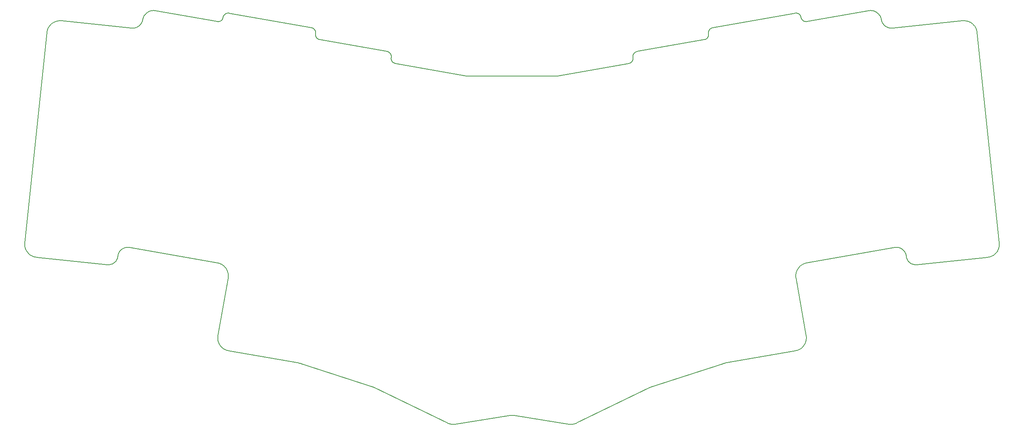
<source format=gbr>
%TF.GenerationSoftware,KiCad,Pcbnew,(6.0.7-1)-1*%
%TF.CreationDate,2022-09-13T20:48:51-04:00*%
%TF.ProjectId,egret,65677265-742e-46b6-9963-61645f706362,v1.0.0*%
%TF.SameCoordinates,Original*%
%TF.FileFunction,Profile,NP*%
%FSLAX46Y46*%
G04 Gerber Fmt 4.6, Leading zero omitted, Abs format (unit mm)*
G04 Created by KiCad (PCBNEW (6.0.7-1)-1) date 2022-09-13 20:48:51*
%MOMM*%
%LPD*%
G01*
G04 APERTURE LIST*
%TA.AperFunction,Profile*%
%ADD10C,0.151694*%
%TD*%
G04 APERTURE END LIST*
D10*
X123178500Y-64551531D02*
X123286375Y-64494360D01*
X296540606Y-119991342D02*
X296496986Y-119884459D01*
X117522829Y-118745013D02*
X117419206Y-118797040D01*
X295965593Y-119135816D02*
X295878045Y-119058541D01*
X196192850Y-79263382D02*
X196257776Y-79271204D01*
X251288193Y-70317416D02*
X251315602Y-70265726D01*
X293378924Y-68299338D02*
X293497176Y-68295500D01*
X124824502Y-64271267D02*
X124824502Y-64271267D01*
X315606644Y-120758757D02*
X315456337Y-120786206D01*
X288085769Y-64271267D02*
X288085769Y-64271267D01*
X273802717Y-139501237D02*
X273788645Y-139647150D01*
X161478759Y-69887499D02*
X161487555Y-69945072D01*
X178784045Y-75233142D02*
X178787138Y-75292117D01*
X289731762Y-64551531D02*
X289837072Y-64614176D01*
X161472793Y-69829230D02*
X161478759Y-69887499D01*
X219725835Y-159100956D02*
X219611898Y-159089874D01*
X234093276Y-74772205D02*
X234096046Y-74713491D01*
X316439897Y-120449667D02*
X316310025Y-120517334D01*
X290671515Y-65485015D02*
X290728933Y-65591599D01*
X139642544Y-141006942D02*
X139642544Y-141006942D01*
X141053485Y-64895888D02*
X141107414Y-64876372D01*
X179279204Y-76165661D02*
X179326955Y-76198269D01*
X292586712Y-68173473D02*
X292695019Y-68207017D01*
X178790254Y-74521598D02*
X178801795Y-74578257D01*
X251528940Y-68793005D02*
X251556196Y-68741470D01*
X100506130Y-67907147D02*
X100591215Y-67787786D01*
X139520775Y-66717259D02*
X139574716Y-66697733D01*
X178759123Y-74410960D02*
X178776010Y-74465804D01*
X178801841Y-74991805D02*
X178801840Y-74992864D01*
X291417852Y-67334313D02*
X291488071Y-67422478D01*
X272623168Y-65915483D02*
X272640930Y-65972678D01*
X216326003Y-79288982D02*
X216391470Y-79288271D01*
X233806951Y-76020012D02*
X233845642Y-75977140D01*
X193412101Y-159074410D02*
X193412101Y-159074410D01*
X141468168Y-125592709D02*
X141468168Y-125592709D01*
X174788777Y-150602817D02*
X174739760Y-150584467D01*
X141505944Y-124856858D02*
X141491868Y-124710934D01*
X234194241Y-74316827D02*
X234219245Y-74263455D01*
X296674820Y-120556113D02*
X296659535Y-120439782D01*
X273739291Y-139935647D02*
X273704135Y-140077705D01*
X235085280Y-73616682D02*
X250457505Y-70906297D01*
X95418984Y-119478435D02*
X95342267Y-119356419D01*
X161351808Y-68739118D02*
X161378723Y-68789376D01*
X289401303Y-64396647D02*
X289513662Y-64442719D01*
X238269424Y-150550262D02*
X238269424Y-150550262D01*
X291721138Y-67665408D02*
X291805794Y-67738818D01*
X251225525Y-70416994D02*
X251225525Y-70416994D01*
X271220565Y-64833594D02*
X271220565Y-64833594D01*
X271331329Y-142240600D02*
X271331329Y-142240600D01*
X272545887Y-122710614D02*
X272432757Y-122803821D01*
X100682184Y-67672529D02*
X100778909Y-67561603D01*
X178886451Y-75683039D02*
X178911011Y-75734716D01*
X288451300Y-64234404D02*
X288573019Y-64234181D01*
X251858144Y-68389445D02*
X251904519Y-68354907D01*
X95049605Y-118695014D02*
X95010431Y-118553922D01*
X117846342Y-118622112D02*
X117736618Y-118657496D01*
X161499121Y-70001864D02*
X161513399Y-70057787D01*
X161143178Y-68469655D02*
X161183260Y-68510310D01*
X271331329Y-142240600D02*
X255162856Y-145091384D01*
X221275123Y-158806641D02*
X221275123Y-158806641D01*
X196518794Y-79288272D02*
X196584258Y-79288983D01*
X141260747Y-123865959D02*
X141198306Y-123732648D01*
X121620748Y-67147884D02*
X121678551Y-67049847D01*
X271405129Y-125298162D02*
X271419930Y-125445573D01*
X116074387Y-121182199D02*
X116030261Y-121279912D01*
X273557212Y-66760060D02*
X273614798Y-66768865D01*
X234219245Y-74263455D02*
X234246925Y-74211220D01*
X95342267Y-119356419D02*
X95271389Y-119230702D01*
X312404216Y-67907145D02*
X312483308Y-68030373D01*
X100086038Y-68837930D02*
X100126359Y-68696386D01*
X310911133Y-66757228D02*
X311048127Y-66808957D01*
X272737934Y-66186482D02*
X272768243Y-66235888D01*
X251422380Y-69527643D02*
X251413646Y-69469543D01*
X120735109Y-67991577D02*
X120831779Y-67934747D01*
X271220565Y-64833594D02*
X271281017Y-64824498D01*
X251315602Y-70265726D02*
X251340364Y-70212909D01*
X273494951Y-140625267D02*
X273425808Y-140755688D01*
X192279841Y-159034181D02*
X192169468Y-159006681D01*
X295281556Y-118698482D02*
X295173642Y-118657498D01*
X272281065Y-65178046D02*
X272319838Y-65220127D01*
X193412101Y-159074410D02*
X193298380Y-159089875D01*
X122368752Y-65280982D02*
X122441103Y-65183907D01*
X221275123Y-158806641D02*
X221171013Y-158854927D01*
X178998907Y-75881597D02*
X179032747Y-75927550D01*
X298656291Y-122514268D02*
X298549515Y-122501723D01*
X234111251Y-75008738D02*
X234111251Y-75008738D01*
X122441103Y-65183907D02*
X122518195Y-65090374D01*
X298763804Y-122521582D02*
X298656291Y-122514268D01*
X161487542Y-69115176D02*
X161496338Y-69172705D01*
X100287472Y-68287504D02*
X100354132Y-68157237D01*
X297563359Y-122100679D02*
X297477034Y-122034244D01*
X116113732Y-121082337D02*
X116074387Y-121182199D01*
X116331480Y-120100517D02*
X116298861Y-120211782D01*
X114038399Y-122523605D02*
X113929980Y-122520281D01*
X162112127Y-70792047D02*
X162164843Y-70817586D01*
X117219614Y-118917362D02*
X117124088Y-118985553D01*
X233586175Y-76202093D02*
X233633683Y-76170167D01*
X296708133Y-120771577D02*
X296688852Y-120664840D01*
X95884277Y-120025813D02*
X95780883Y-119925391D01*
X312903274Y-69275057D02*
X312903274Y-69275057D01*
X178458206Y-73933779D02*
X178498195Y-73974371D01*
X315753967Y-120724085D02*
X315606644Y-120758757D01*
X139100760Y-139354556D02*
X139101012Y-139207372D01*
X157850235Y-145111226D02*
X157798911Y-145100843D01*
X251482346Y-68899343D02*
X251504315Y-68845666D01*
X272027530Y-123231097D02*
X271939161Y-123350809D01*
X310771863Y-66712263D02*
X310911133Y-66757228D01*
X252105155Y-68240529D02*
X252158654Y-68218161D01*
X161403229Y-68840937D02*
X161425268Y-68893706D01*
X254806695Y-145176815D02*
X254756806Y-145192641D01*
X254856869Y-145161885D02*
X254806695Y-145176815D01*
X251422460Y-69527969D02*
X251422439Y-69527914D01*
X272596038Y-65796675D02*
X272596038Y-65796675D01*
X178819729Y-74811802D02*
X178816849Y-74871487D01*
X120429952Y-68135043D02*
X120534046Y-68091839D01*
X140690027Y-123006856D02*
X140586134Y-122902618D01*
X233435006Y-76283513D02*
X233486748Y-76258822D01*
X272596041Y-65797028D02*
X272608175Y-65856915D01*
X139142925Y-139792040D02*
X139121773Y-139647150D01*
X178279056Y-73791259D02*
X178326600Y-73823738D01*
X140287097Y-65915485D02*
X140302090Y-65856915D01*
X96871288Y-120633907D02*
X96733935Y-120578817D01*
X271961166Y-64942439D02*
X272011455Y-64969360D01*
X139484464Y-140755687D02*
X139415339Y-140625265D01*
X220067728Y-159108114D02*
X219953870Y-159110061D01*
X121270424Y-67588139D02*
X121348159Y-67507124D01*
X140613395Y-141892116D02*
X140488107Y-141816523D01*
X251398536Y-70048694D02*
X251412478Y-69992383D01*
X158002959Y-145147860D02*
X157952278Y-145134738D01*
X122004975Y-66044123D02*
X122040831Y-65927437D01*
X141316447Y-124001850D02*
X141260747Y-123865959D01*
X161487549Y-69529406D02*
X161487548Y-69530465D01*
X238024455Y-150642044D02*
X237976484Y-150662925D01*
X174981363Y-150684658D02*
X174933777Y-150662924D01*
X317567995Y-119356418D02*
X317491279Y-119478436D01*
X139923616Y-141351057D02*
X139824677Y-141241468D01*
X315303204Y-120806229D02*
X315303204Y-120806229D01*
X317814807Y-118833445D02*
X317762449Y-118969009D01*
X220958420Y-158939117D02*
X220850184Y-158974989D01*
X272107788Y-65030180D02*
X272153662Y-65063958D01*
X233679598Y-76135940D02*
X233723843Y-76099468D01*
X251432589Y-69065460D02*
X251446461Y-69009343D01*
X250984936Y-70671031D02*
X251029799Y-70634050D01*
X233272690Y-76342215D02*
X233327888Y-76325264D01*
X140849902Y-64998625D02*
X140898806Y-64969359D01*
X234096046Y-74713491D02*
X234101679Y-74655082D01*
X272768243Y-66235888D02*
X272800803Y-66283552D01*
X114146455Y-122521583D02*
X114038399Y-122523605D01*
X272423881Y-65357667D02*
X272454177Y-65407078D01*
X141162383Y-64859446D02*
X141218307Y-64845170D01*
X121950429Y-66284212D02*
X121950429Y-66284212D01*
X140486385Y-65357666D02*
X140518930Y-65309995D01*
X139248294Y-140217957D02*
X139206240Y-140077705D01*
X123856701Y-64292347D02*
X123975455Y-64269041D01*
X250457505Y-70906297D02*
X250457505Y-70906297D01*
X220181304Y-159101864D02*
X220067728Y-159108114D01*
X273875915Y-122117501D02*
X273875915Y-122117501D01*
X317985266Y-117663096D02*
X317989672Y-117815800D01*
X295786175Y-118985552D02*
X295690652Y-118917362D01*
X237976484Y-150662925D02*
X237928902Y-150684658D01*
X161502606Y-69408891D02*
X161496641Y-69469021D01*
X115071892Y-122272040D02*
X114975501Y-122319662D01*
X178937981Y-75785094D02*
X178967300Y-75834082D01*
X234128780Y-75181490D02*
X234125816Y-75123860D01*
X119765024Y-68290076D02*
X119879895Y-68277209D01*
X116030261Y-121279912D02*
X115981444Y-121375304D01*
X140712374Y-65099902D02*
X140756601Y-65063958D01*
X140379554Y-65565163D02*
X140402586Y-65510887D01*
X140428127Y-65458171D02*
X140456089Y-65407079D01*
X272482137Y-65458171D02*
X272507678Y-65510888D01*
X161257233Y-68596987D02*
X161291003Y-68642836D01*
X233882315Y-75932251D02*
X233916869Y-75885389D01*
X174739760Y-150584467D02*
X174690438Y-150566948D01*
X97303620Y-120758755D02*
X97156298Y-120724085D01*
X311442859Y-67003986D02*
X311568173Y-67082021D01*
X309606200Y-66605239D02*
X309606200Y-66605239D01*
X193298380Y-159089875D02*
X193184440Y-159100958D01*
X272951808Y-66455598D02*
X272994319Y-66493652D01*
X291805794Y-67738818D02*
X291893684Y-67808254D01*
X139871261Y-122396542D02*
X139738951Y-122333429D01*
X316176328Y-120578817D02*
X316038975Y-120633907D01*
X251422601Y-69528215D02*
X251422557Y-69528152D01*
X121950429Y-66284212D02*
X121950429Y-66283506D01*
X140898806Y-64969359D02*
X140949095Y-64942441D01*
X119648885Y-68297492D02*
X119765024Y-68290076D01*
X179326955Y-76198269D02*
X179376449Y-76228625D01*
X178810910Y-74931516D02*
X178801841Y-74991805D01*
X299088868Y-122511558D02*
X298980280Y-122520282D01*
X297652483Y-122162495D02*
X297563359Y-122100679D01*
X140553640Y-65264130D02*
X140590426Y-65220127D01*
X178783910Y-75173640D02*
X178784045Y-75233142D01*
X273731962Y-66777922D02*
X273791373Y-66778049D01*
X115346902Y-122100680D02*
X115257781Y-122162494D01*
X140302090Y-65856915D02*
X140314231Y-65797029D01*
X233159455Y-76367987D02*
X233216518Y-76356474D01*
X233723843Y-76099468D02*
X233766322Y-76060808D01*
X139824677Y-141241468D02*
X139730912Y-141126717D01*
X273350044Y-140882999D02*
X273267717Y-141006942D01*
X316565771Y-120376022D02*
X316439897Y-120449667D01*
X179106869Y-76014428D02*
X179147032Y-76055185D01*
X271419930Y-125445573D02*
X271442094Y-125592708D01*
X101342074Y-67082021D02*
X101467389Y-67003984D01*
X139409853Y-66748484D02*
X139465792Y-66734196D01*
X124095274Y-64251548D02*
X124215944Y-64239912D01*
X95780883Y-119925391D02*
X95682488Y-119820232D01*
X160524818Y-68154987D02*
X160584703Y-68167094D01*
X291012303Y-66516000D02*
X291046398Y-66628212D01*
X273267717Y-141006942D02*
X273179349Y-141126716D01*
X272910081Y-122465960D02*
X272784771Y-122541541D01*
X272356626Y-65264129D02*
X272391335Y-65309997D01*
X161487549Y-69529406D02*
X161487549Y-69529406D01*
X251952497Y-68322689D02*
X252001987Y-68292848D01*
X234310211Y-74110571D02*
X234345583Y-74062668D01*
X141198306Y-123732648D02*
X141129180Y-123602180D01*
X271856776Y-64895888D02*
X271909578Y-64917931D01*
X115516217Y-121963613D02*
X115433230Y-122034245D01*
X161425268Y-68893706D02*
X161444780Y-68947603D01*
X251404790Y-69294983D02*
X251407543Y-69237049D01*
X100591215Y-67787786D02*
X100682184Y-67672529D01*
X139465792Y-66734196D02*
X139520775Y-66717259D01*
X140074738Y-66329415D02*
X140109459Y-66283553D01*
X234102349Y-74949138D02*
X234096402Y-74890135D01*
X289513662Y-64442719D02*
X289623888Y-64494361D01*
X123286375Y-64494360D02*
X123396599Y-64442718D01*
X140402586Y-65510887D02*
X140428127Y-65458171D01*
X141505134Y-125298163D02*
X141512632Y-125150730D01*
X161505498Y-69349106D02*
X161502606Y-69408891D01*
X296688852Y-120664840D02*
X296674818Y-120556815D01*
X124458966Y-64234404D02*
X124580890Y-64240629D01*
X94937245Y-117509181D02*
X100007000Y-69275055D01*
X141000684Y-64917929D02*
X141053485Y-64895888D01*
X140477510Y-122803821D02*
X140364379Y-122710614D01*
X123073191Y-64614174D02*
X123178500Y-64551531D01*
X121926868Y-66401295D02*
X121950429Y-66284212D01*
X179534800Y-76305322D02*
X179590669Y-76325808D01*
X103304054Y-66605242D02*
X103304054Y-66605242D01*
X122181332Y-65591599D02*
X122238750Y-65485012D01*
X179427631Y-76256645D02*
X179480434Y-76282239D01*
X113821390Y-122511559D02*
X97607061Y-120806228D01*
X254756806Y-145192641D02*
X238269424Y-150550262D01*
X234121433Y-74539588D02*
X234135507Y-74482714D01*
X251072875Y-70594850D02*
X251114074Y-70553485D01*
X289623888Y-64494361D02*
X289731762Y-64551531D01*
X271404316Y-124856857D02*
X271397378Y-125003545D01*
X117957657Y-118592380D02*
X117846342Y-118622112D01*
X271909578Y-64917931D02*
X271961166Y-64942439D01*
X95095455Y-118833445D02*
X95049605Y-118695014D01*
X296674820Y-120556113D02*
X296674820Y-120556113D01*
X288329378Y-64240629D02*
X288451300Y-64234404D01*
X272800803Y-66283552D02*
X272835524Y-66329416D01*
X160756209Y-68220193D02*
X160810460Y-68243202D01*
X140802473Y-65030178D02*
X140849902Y-64998625D01*
X292917106Y-68259001D02*
X293030579Y-68277209D01*
X295690652Y-118917362D02*
X295592203Y-118854505D01*
X309606200Y-66605239D02*
X309754533Y-66593340D01*
X160963620Y-68326928D02*
X161011274Y-68359452D01*
X272011455Y-64969360D02*
X272060358Y-64998627D01*
X116639918Y-119483820D02*
X116575656Y-119579546D01*
X234110149Y-74597078D02*
X234121433Y-74539588D01*
X272784771Y-122541541D02*
X272663301Y-122623140D01*
X139034354Y-122117501D02*
X118878798Y-118564336D01*
X140136126Y-141554165D02*
X140027507Y-141455338D01*
X122238750Y-65485012D02*
X122301263Y-65381414D01*
X139915941Y-66493654D02*
X139958452Y-66455599D01*
X161874080Y-70629747D02*
X161918082Y-70666534D01*
X139295465Y-66768864D02*
X139353049Y-66760061D01*
X251770554Y-68465250D02*
X251813457Y-68426245D01*
X139465052Y-122226700D02*
X139323908Y-122183372D01*
X116369656Y-119991343D02*
X116331480Y-120100517D01*
X219498176Y-159074411D02*
X219498176Y-159074411D01*
X139206240Y-140077705D02*
X139171100Y-139935647D01*
X123739223Y-64321412D02*
X123856701Y-64292347D01*
X216846712Y-79243472D02*
X216846712Y-79243472D01*
X317129380Y-119925391D02*
X317025987Y-120025813D01*
X315303204Y-120806229D02*
X299088868Y-122511558D01*
X141569063Y-64818534D02*
X141629253Y-64824499D01*
X115433230Y-122034245D02*
X115433230Y-122034245D01*
X290828011Y-65812996D02*
X290869438Y-65927435D01*
X97156298Y-120724085D02*
X97012133Y-120682400D01*
X121348159Y-67507124D02*
X121422209Y-67422478D01*
X255111348Y-145100845D02*
X255060021Y-145111226D01*
X251556196Y-68741470D02*
X251586062Y-68691160D01*
X96733935Y-120578817D02*
X96600238Y-120517335D01*
X250683177Y-70843139D02*
X250736904Y-70820664D01*
X158053392Y-145161889D02*
X158002959Y-145147860D01*
X139297195Y-140356140D02*
X139248294Y-140217957D01*
X101220317Y-67166440D02*
X101342074Y-67082021D01*
X100354132Y-68157237D02*
X100427064Y-68030374D01*
X273767482Y-139792040D02*
X273739291Y-139935647D01*
X273586361Y-122183371D02*
X273445219Y-122226702D01*
X273730003Y-122146923D02*
X273586361Y-122183371D01*
X234128897Y-75239026D02*
X234128780Y-75181490D01*
X115166046Y-122219633D02*
X115071892Y-122272040D01*
X294495885Y-118531029D02*
X294379947Y-118530350D01*
X117032218Y-119058539D02*
X116944668Y-119135814D01*
X272640930Y-65972678D02*
X272661376Y-66028433D01*
X298549515Y-122501723D02*
X298443657Y-122483999D01*
X272596038Y-65796675D02*
X272596041Y-65797028D01*
X251114074Y-70553485D02*
X251153308Y-70510019D01*
X297315000Y-121889287D02*
X297239997Y-121811433D01*
X272530714Y-65565166D02*
X272551152Y-65620943D01*
X297744214Y-122219632D02*
X297652483Y-122162495D01*
X179189184Y-76094031D02*
X179233262Y-76130883D01*
X139627533Y-66675680D02*
X139679138Y-66651157D01*
X234857562Y-73680554D02*
X234912952Y-73660486D01*
X271900237Y-142081331D02*
X271761855Y-142131402D01*
X219611898Y-159089874D02*
X219498176Y-159074411D01*
X141578933Y-142240601D02*
X141578933Y-142240601D01*
X179032747Y-75927550D02*
X179068754Y-75971858D01*
X297477034Y-122034244D02*
X297394045Y-121963614D01*
X100227203Y-68420940D02*
X100287472Y-68287504D01*
X272422151Y-141816520D02*
X272296862Y-141892119D01*
X271802849Y-64876373D02*
X271856776Y-64895888D01*
X100126359Y-68696386D02*
X100173457Y-68557310D01*
X121492424Y-67334311D02*
X121558654Y-67242743D01*
X141390946Y-64818841D02*
X141449822Y-64815767D01*
X273179349Y-141126716D02*
X273085583Y-141241466D01*
X252213310Y-68198404D02*
X252269035Y-68181309D01*
X312483308Y-68030373D02*
X312556258Y-68157239D01*
X272774130Y-141554166D02*
X272661011Y-141647404D01*
X290609000Y-65381414D02*
X290671515Y-65485015D01*
X234112407Y-75410086D02*
X234120687Y-75353428D01*
X234698809Y-73756359D02*
X234750401Y-73728550D01*
X293261640Y-68297493D02*
X293378924Y-68299338D01*
X116709065Y-119391382D02*
X116639918Y-119483820D01*
X251618514Y-68642175D02*
X251653410Y-68594924D01*
X251422713Y-69528348D02*
X251422654Y-69528281D01*
X251432058Y-69878013D02*
X251437651Y-69820162D01*
X272661376Y-66028433D02*
X272684413Y-66082698D01*
X315898131Y-120682399D02*
X315753967Y-120724085D01*
X271401042Y-64815646D02*
X271460445Y-64815767D01*
X140874578Y-142024665D02*
X140742293Y-141961546D01*
X220740815Y-159006683D02*
X220630441Y-159034180D01*
X206802042Y-157098052D02*
X206686611Y-157086891D01*
X161502300Y-69230929D02*
X161505375Y-69289758D01*
X254756806Y-145192641D02*
X254756806Y-145192641D01*
X312824359Y-68837931D02*
X312857750Y-68981713D01*
X97453930Y-120786206D02*
X97303620Y-120758755D01*
X178637166Y-74154017D02*
X178666362Y-74202814D01*
X290038637Y-64755321D02*
X290133517Y-64832853D01*
X272454177Y-65407078D02*
X272482137Y-65458171D01*
X250457505Y-70906297D02*
X250515360Y-70894632D01*
X296880002Y-121279911D02*
X296835877Y-121182199D01*
X175028541Y-150707255D02*
X174981363Y-150684658D01*
X219953870Y-159110061D02*
X219839868Y-159107680D01*
X251413646Y-69469543D02*
X251407821Y-69411330D01*
X292175227Y-67991577D02*
X292274534Y-68043980D01*
X140248891Y-66028436D02*
X140269335Y-65972679D01*
X179147032Y-76055185D02*
X179189184Y-76094031D01*
X272709962Y-66135399D02*
X272737934Y-66186482D01*
X272167964Y-141961547D02*
X272035681Y-142024667D01*
X311314244Y-66932413D02*
X311442859Y-67003986D01*
X251504315Y-68845666D02*
X251528940Y-68793005D01*
X121863868Y-66628213D02*
X121897965Y-66516003D01*
X271418392Y-124710936D02*
X271404316Y-124856857D01*
X250890196Y-70738109D02*
X250938371Y-70705735D01*
X178072109Y-73684661D02*
X178126239Y-73707640D01*
X251423662Y-69935454D02*
X251432058Y-69878013D01*
X139123315Y-138912530D02*
X139145481Y-138765396D01*
X234071145Y-75576665D02*
X234087611Y-75521807D01*
X116516385Y-119678358D02*
X116462220Y-119780064D01*
X141442544Y-124422416D02*
X141407402Y-124280337D01*
X295878045Y-119058541D02*
X295786175Y-118985552D01*
X116148196Y-120980496D02*
X116113732Y-121082337D01*
X178844813Y-75576127D02*
X178864368Y-75630147D01*
X193184440Y-159100958D02*
X193070410Y-159107679D01*
X113929980Y-122520281D02*
X113821390Y-122511559D01*
X294031462Y-118564335D02*
X294031462Y-118564335D01*
X237928902Y-150684658D02*
X237881729Y-150707252D01*
X140037937Y-66373418D02*
X140074738Y-66329415D01*
X233766322Y-76060808D02*
X233806951Y-76020012D01*
X251422388Y-69527734D02*
X251422384Y-69527703D01*
X288814987Y-64251547D02*
X288934805Y-64269042D01*
X271460445Y-64815767D02*
X271519320Y-64818842D01*
X192728974Y-159101865D02*
X192615791Y-159091328D01*
X234383118Y-74016769D02*
X234422718Y-73972928D01*
X251422713Y-69528348D02*
X251422713Y-69528348D01*
X316687484Y-120296605D02*
X316565771Y-120376022D01*
X254907301Y-145147860D02*
X254856869Y-145161885D01*
X272296862Y-141892119D02*
X272167964Y-141961547D01*
X115433230Y-122034245D02*
X115346902Y-122100680D01*
X271577591Y-64824808D02*
X271635163Y-64833604D01*
X290959839Y-66283509D02*
X290959839Y-66283509D01*
X161472487Y-69651107D02*
X161469598Y-69710946D01*
X177959416Y-73646555D02*
X178016480Y-73664272D01*
X250736904Y-70820664D02*
X250789374Y-70795631D01*
X178813541Y-75465044D02*
X178827849Y-75521061D01*
X116202131Y-120771579D02*
X116177694Y-120876854D01*
X271781083Y-123602180D02*
X271711956Y-123732651D01*
X161530325Y-70112758D02*
X161549837Y-70166687D01*
X162011621Y-70733787D02*
X162061030Y-70764086D01*
X121950429Y-66283506D02*
X121950429Y-66283506D01*
X121558654Y-67242743D02*
X121620748Y-67147884D01*
X205993178Y-157113679D02*
X205993178Y-157113679D01*
X121824725Y-66737816D02*
X121863868Y-66628213D01*
X290905295Y-66044124D02*
X290935468Y-66162875D01*
X101727672Y-66867379D02*
X101862125Y-66808958D01*
X309902623Y-66588816D02*
X310050223Y-66591588D01*
X191739271Y-158854927D02*
X191635161Y-158806641D01*
X121780690Y-66844700D02*
X121824725Y-66737816D01*
X178911011Y-75734716D02*
X178937981Y-75785094D01*
X138998853Y-66769204D02*
X139059046Y-66775164D01*
X118646513Y-118535638D02*
X118530311Y-118530349D01*
X162450630Y-70905944D02*
X162450630Y-70905944D01*
X94923854Y-117967088D02*
X94920577Y-117815802D01*
X115981444Y-121375304D02*
X115928031Y-121468206D01*
X140456089Y-65407079D02*
X140486385Y-65357666D01*
X216391470Y-79288271D02*
X216456880Y-79286139D01*
X100778909Y-67561603D02*
X100881269Y-67455249D01*
X178498195Y-73974371D02*
X178536148Y-74016778D01*
X103155724Y-66593343D02*
X103304054Y-66605242D01*
X271593813Y-124001852D02*
X271544912Y-124140063D01*
X295387434Y-118745012D02*
X295281556Y-118698482D01*
X290869438Y-65927435D02*
X290905295Y-66044124D01*
X124824502Y-64271267D02*
X138938400Y-66760111D01*
X94924987Y-117663097D02*
X94937245Y-117509181D01*
X174933777Y-150662924D02*
X174885807Y-150642043D01*
X122686135Y-64914661D02*
X122776745Y-64832852D01*
X139108512Y-139059942D02*
X139123315Y-138912530D01*
X174640833Y-150550261D02*
X158153450Y-145192643D01*
X161444780Y-68947603D02*
X161461701Y-69002536D01*
X157747402Y-145091386D02*
X141578933Y-142240601D01*
X294839923Y-118568351D02*
X294726093Y-118550085D01*
X192391102Y-159057469D02*
X192279841Y-159034181D01*
X216717431Y-79263381D02*
X216782171Y-79254138D01*
X178787138Y-75292117D02*
X178793124Y-75350485D01*
X272240385Y-65137952D02*
X272281065Y-65178046D01*
X234648663Y-73786631D02*
X234698809Y-73756359D01*
X95992501Y-120121295D02*
X95884277Y-120025813D01*
X221065405Y-158899091D02*
X220958420Y-158939117D01*
X272319838Y-65220127D02*
X272356626Y-65264129D01*
X161596391Y-70271078D02*
X161623312Y-70321366D01*
X291046398Y-66628212D02*
X291085539Y-66737816D01*
X116782980Y-119302437D02*
X116709065Y-119391382D01*
X296578783Y-120100517D02*
X296540606Y-119991342D01*
X251422380Y-69527643D02*
X251422380Y-69527643D01*
X94937245Y-117509181D02*
X94937245Y-117509181D01*
X121422209Y-67422478D02*
X121492424Y-67334311D01*
X297838371Y-122272040D02*
X297744214Y-122219632D01*
X234969426Y-73643113D02*
X235026900Y-73628490D01*
X141148405Y-142131401D02*
X141010021Y-142081332D01*
X251225525Y-70416994D02*
X251258160Y-70367871D01*
X179068754Y-75971858D02*
X179106869Y-76014428D01*
X114674804Y-122433238D02*
X114571349Y-122461152D01*
X178967300Y-75834082D02*
X178998907Y-75881597D01*
X139101012Y-139207372D02*
X139108512Y-139059942D01*
X312884101Y-69127499D02*
X312903274Y-69275057D01*
X316917761Y-120121296D02*
X316804872Y-120211626D01*
X141275098Y-64833601D02*
X141332675Y-64824807D01*
X271477180Y-142211179D02*
X271331329Y-142240600D01*
X216846712Y-79243472D02*
X233159455Y-76367987D01*
X139574716Y-66697733D02*
X139627533Y-66675680D01*
X251422396Y-69527772D02*
X251422388Y-69527734D01*
X139059046Y-66775164D02*
X139118888Y-66778050D01*
X272324131Y-122902618D02*
X272220239Y-123006857D01*
X113821390Y-122511559D02*
X113821390Y-122511559D01*
X178801946Y-75408155D02*
X178813541Y-75465044D01*
X292274534Y-68043980D02*
X292376318Y-68091841D01*
X139323908Y-122183372D02*
X139180267Y-122146924D01*
X252052907Y-68265441D02*
X252105155Y-68240529D01*
X139121773Y-139647150D02*
X139107700Y-139501236D01*
X298871862Y-122523606D02*
X298763804Y-122521582D01*
X102422757Y-66642937D02*
X102567341Y-66618725D01*
X271649515Y-123865960D02*
X271593813Y-124001852D01*
X140314231Y-65796674D02*
X140326368Y-65736759D01*
X238121481Y-150602816D02*
X238072797Y-150622010D01*
X219498176Y-159074411D02*
X206917099Y-157113679D01*
X206917099Y-157113679D02*
X206917099Y-157113679D01*
X118530311Y-118530349D02*
X118414374Y-118531028D01*
X312857750Y-68981713D02*
X312884101Y-69127499D01*
X255162856Y-145091384D02*
X255162856Y-145091384D01*
X157747402Y-145091386D02*
X157747402Y-145091386D01*
X289287024Y-64356197D02*
X289401303Y-64396647D01*
X288694320Y-64239914D02*
X288814987Y-64251547D01*
X251440415Y-69762003D02*
X251440325Y-69703640D01*
X206223659Y-157086891D02*
X206108230Y-157098052D01*
X271281017Y-64824498D02*
X271341204Y-64818535D01*
X273704135Y-140077705D02*
X273662063Y-140217955D01*
X192842552Y-159108115D02*
X192728974Y-159101865D01*
X295786175Y-118985552D02*
X295786175Y-118985552D01*
X296127280Y-119302438D02*
X296048709Y-119217181D01*
X273306797Y-122276771D02*
X273171315Y-122333430D01*
X273809376Y-139207370D02*
X273809649Y-139354554D01*
X122776745Y-64832852D02*
X122871627Y-64755321D01*
X271856837Y-123474816D02*
X271781083Y-123602180D01*
X116235442Y-120556114D02*
X116235442Y-120556816D01*
X161322549Y-68690238D02*
X161351808Y-68739118D01*
X220850184Y-158974989D02*
X220740815Y-159006683D01*
X273971861Y-66760109D02*
X288085769Y-64271267D01*
X272596041Y-65797028D02*
X272596041Y-65797028D01*
X251446461Y-69009343D02*
X251463052Y-68953938D01*
X273444471Y-66734197D02*
X273500410Y-66748485D01*
X272432757Y-122803821D02*
X272324131Y-122902618D01*
X118298917Y-118537626D02*
X118184166Y-118550082D01*
X100989132Y-67353692D02*
X101102372Y-67257171D01*
X178229773Y-73761027D02*
X178279056Y-73791259D01*
X114776771Y-122400315D02*
X114674804Y-122433238D01*
X161378723Y-68789376D02*
X161403229Y-68840937D01*
X290983397Y-66401296D02*
X291012303Y-66516000D01*
X161461701Y-69002536D02*
X161475976Y-69058422D01*
X290728933Y-65591599D02*
X290781139Y-65700989D01*
X250840503Y-70768092D02*
X250890196Y-70738109D01*
X178016480Y-73664272D02*
X178072109Y-73684661D01*
X140200301Y-66135401D02*
X140225850Y-66082698D01*
X290781139Y-65700989D02*
X290828011Y-65812996D01*
X123623238Y-64356196D02*
X123739223Y-64321412D01*
X255008893Y-145122526D02*
X254957982Y-145134738D01*
X251422439Y-69527914D02*
X251422419Y-69527861D01*
X140314231Y-65797029D02*
X140314231Y-65797029D01*
X234246925Y-74211220D02*
X234277253Y-74160223D01*
X196063567Y-79243470D02*
X196063567Y-79243470D01*
X271467719Y-124422416D02*
X271439547Y-124566032D01*
X178326600Y-73823738D02*
X178372344Y-73858374D01*
X178416236Y-73895084D02*
X178458206Y-73933779D01*
X234096402Y-74890135D02*
X234093384Y-74831120D01*
X294952607Y-118592378D02*
X294839923Y-118568351D01*
X317703749Y-119101495D02*
X317638874Y-119230702D01*
X141578933Y-142240601D02*
X141433083Y-142211179D01*
X94952785Y-118264581D02*
X94934644Y-118116752D01*
X161469718Y-69770350D02*
X161472793Y-69829230D01*
X160643270Y-68182053D02*
X160700457Y-68199783D01*
X252325736Y-68166935D02*
X252383331Y-68155342D01*
X234912952Y-73660486D02*
X234969426Y-73643113D01*
X119294369Y-68285872D02*
X119413406Y-68295502D01*
X120925666Y-67873604D02*
X121016629Y-67808254D01*
X161496338Y-69172705D02*
X161502300Y-69230929D01*
X272507678Y-65510888D02*
X272530714Y-65565166D01*
X273039003Y-122396540D02*
X272910081Y-122465960D01*
X251653410Y-68594924D02*
X251690441Y-68549648D01*
X141289497Y-142174732D02*
X141148405Y-142131401D01*
X157901367Y-145122525D02*
X157850235Y-145111226D01*
X100026232Y-69127499D02*
X100052621Y-68981713D01*
X96105391Y-120211627D02*
X95992501Y-120121295D01*
X114253965Y-122514269D02*
X114146455Y-122521583D01*
X310197072Y-66601583D02*
X310342916Y-66618727D01*
X272684413Y-66082698D02*
X272709962Y-66135399D01*
X158153450Y-145192643D02*
X158103561Y-145176816D01*
X296674818Y-120556815D02*
X296674820Y-120556113D01*
X290959838Y-66284211D02*
X290983397Y-66401296D01*
X140971103Y-123350810D02*
X140882737Y-123231096D01*
X140366649Y-141734903D02*
X140249246Y-141647403D01*
X196257776Y-79271204D02*
X196322855Y-79277605D01*
X123508956Y-64396646D02*
X123623238Y-64356196D01*
X95206513Y-119101497D02*
X95147812Y-118969010D01*
X120831779Y-67934747D02*
X120925666Y-67873604D01*
X310342916Y-66618727D02*
X310487499Y-66642935D01*
X140142021Y-66235885D02*
X140172329Y-66186481D01*
X140314231Y-65797029D02*
X140314231Y-65796674D01*
X251340364Y-70212909D02*
X251362454Y-70159060D01*
X297477034Y-122034244D02*
X297477034Y-122034244D01*
X117419206Y-118797040D02*
X117318061Y-118854506D01*
X233159455Y-76367987D02*
X233159455Y-76367987D01*
X294031462Y-118564335D02*
X273875915Y-122117501D01*
X206455132Y-157077962D02*
X206339332Y-157080193D01*
X273500410Y-66748485D02*
X273557212Y-66760060D01*
X95010431Y-118553922D02*
X94978099Y-118410374D01*
X272197889Y-65099900D02*
X272240385Y-65137952D01*
X221171013Y-158854927D02*
X221065405Y-158899091D01*
X312028997Y-67455248D02*
X312131375Y-67561605D01*
X251404879Y-69353106D02*
X251404790Y-69294983D01*
X317957475Y-118264582D02*
X317932159Y-118410374D01*
X139145481Y-138765396D02*
X139145481Y-138765396D01*
X233949067Y-75836875D02*
X233978703Y-75787051D01*
X273085583Y-141241466D02*
X272986642Y-141351055D01*
X191844879Y-158899093D02*
X191739271Y-158854927D01*
X273267717Y-141006942D02*
X273267717Y-141006942D01*
X101467389Y-67003984D02*
X101596007Y-66932413D01*
X102279691Y-66674140D02*
X102422757Y-66642937D01*
X272568909Y-65678160D02*
X272583900Y-65736757D01*
X234507781Y-73891654D02*
X234553056Y-73854337D01*
X254957982Y-145134738D02*
X254907301Y-145147860D01*
X251407821Y-69411330D02*
X251404879Y-69353106D01*
X290392067Y-65090374D02*
X290469160Y-65183907D01*
X273801844Y-139059944D02*
X273809376Y-139207370D01*
X312131375Y-67561605D02*
X312228120Y-67672528D01*
X290310350Y-65000561D02*
X290392067Y-65090374D01*
X271635163Y-64833604D02*
X271691956Y-64845170D01*
X238072797Y-150622010D02*
X238024455Y-150642044D01*
X116413273Y-119884457D02*
X116369656Y-119991343D01*
X139107700Y-139501236D02*
X139100760Y-139354556D01*
X271691956Y-64845170D02*
X271747880Y-64859446D01*
X160810460Y-68243202D02*
X160863155Y-68268718D01*
X116271906Y-120324936D02*
X116250730Y-120439782D01*
X317762449Y-118969009D02*
X317703749Y-119101495D01*
X291351618Y-67242743D02*
X291417852Y-67334313D01*
X122599912Y-65000564D02*
X122686135Y-64914661D01*
X273131897Y-66594954D02*
X273180817Y-66624231D01*
X271341204Y-64818535D02*
X271401042Y-64815646D01*
X251407543Y-69237049D02*
X251413109Y-69179415D01*
X238219819Y-150566950D02*
X238170497Y-150584467D01*
X317973006Y-117509181D02*
X317985266Y-117663096D01*
X161291003Y-68642836D02*
X161322549Y-68690238D01*
X317638874Y-119230702D02*
X317567995Y-119356418D01*
X101102372Y-67257171D02*
X101102372Y-67257171D01*
X272551152Y-65620943D02*
X272568909Y-65678160D01*
X317227773Y-119820235D02*
X317129380Y-119925391D01*
X291984651Y-67873603D02*
X292078550Y-67934748D01*
X140314231Y-65796674D02*
X140314231Y-65796674D01*
X234310211Y-74110571D02*
X234310211Y-74110571D01*
X177841225Y-73619501D02*
X177841225Y-73619501D01*
X179766694Y-76370808D02*
X179766694Y-76370808D01*
X291129575Y-66844700D02*
X291178351Y-66948748D01*
X251813457Y-68426245D02*
X251858144Y-68389445D01*
X120635818Y-68043980D02*
X120735109Y-67991577D01*
X178666362Y-74202814D02*
X178693213Y-74252994D01*
X291231718Y-67049846D02*
X291289521Y-67147883D01*
X315456337Y-120786206D02*
X315303204Y-120806229D01*
X271939161Y-123350809D02*
X271939161Y-123350809D01*
X311182581Y-66867380D02*
X311314244Y-66932413D01*
X178572003Y-74060913D02*
X178605693Y-74106687D01*
X139353049Y-66760061D02*
X139409853Y-66748484D01*
X139180267Y-122146924D02*
X139034354Y-122117501D01*
X115741136Y-121730224D02*
X115670264Y-121811432D01*
X251463052Y-68953938D02*
X251482346Y-68899343D01*
X116177694Y-120876854D02*
X116148196Y-120980496D01*
X124702809Y-64252899D02*
X124824502Y-64271267D01*
X233382022Y-76305676D02*
X233435006Y-76283513D01*
X251618514Y-68642175D02*
X251618514Y-68642175D01*
X273809649Y-139354554D02*
X273802717Y-139501237D01*
X216652504Y-79271204D02*
X216717431Y-79263381D01*
X103007632Y-66588816D02*
X103155724Y-66593343D01*
X234125816Y-75123860D02*
X234119980Y-75066244D01*
X251413109Y-69179415D02*
X251421466Y-69122186D01*
X316310025Y-120517334D02*
X316176328Y-120578817D01*
X160524818Y-68154987D02*
X160524818Y-68154987D01*
X290133517Y-64832853D02*
X290224127Y-64914660D01*
X273389486Y-66717260D02*
X273444471Y-66734197D01*
X317899830Y-118553921D02*
X317860657Y-118695013D01*
X237881729Y-150707252D02*
X237881729Y-150707252D01*
X272060358Y-64998627D02*
X272107788Y-65030180D01*
X296982230Y-121468205D02*
X296928819Y-121375304D01*
X103304054Y-66605242D02*
X119294369Y-68285872D01*
X158153450Y-145192643D02*
X158153450Y-145192643D01*
X102713187Y-66601586D02*
X102860033Y-66591589D01*
X272882750Y-141455335D02*
X272774130Y-141554166D01*
X272663301Y-122623140D02*
X272545887Y-122710614D01*
X161549837Y-70166687D02*
X161571882Y-70219490D01*
X118414374Y-118531028D02*
X118298917Y-118537626D01*
X174837464Y-150622009D02*
X174788777Y-150602817D01*
X251422485Y-69528027D02*
X251422460Y-69527969D01*
X122871627Y-64755321D02*
X122970659Y-64682252D01*
X117736618Y-118657496D02*
X117628708Y-118698483D01*
X291178351Y-66948748D02*
X291231718Y-67049846D01*
X271519320Y-64818842D02*
X271577591Y-64824808D01*
X251440325Y-69703640D02*
X251437361Y-69645173D01*
X273613138Y-140356140D02*
X273557415Y-140491998D01*
X234750401Y-73728550D02*
X234803350Y-73703263D01*
X157798911Y-145100843D02*
X157747402Y-145091386D01*
X250938371Y-70705735D02*
X250984936Y-70671031D01*
X297934761Y-122319661D02*
X297838371Y-122272040D01*
X296393873Y-119678360D02*
X296334604Y-119579543D01*
X121950429Y-66283506D02*
X121974797Y-66162876D01*
X123396599Y-64442718D02*
X123508956Y-64396646D01*
X271711956Y-123732651D02*
X271649515Y-123865960D01*
X291085539Y-66737816D02*
X291129575Y-66844700D01*
X292376318Y-68091841D02*
X292480427Y-68135041D01*
X235085280Y-73616682D02*
X235085280Y-73616682D01*
X178786790Y-75113703D02*
X178783910Y-75173640D01*
X95501372Y-119596548D02*
X95418984Y-119478435D01*
X191635161Y-158806641D02*
X191635161Y-158806641D01*
X296674818Y-120556815D02*
X296674818Y-120556815D01*
X292695019Y-68207017D02*
X292805200Y-68235566D01*
X311921119Y-67353694D02*
X312028997Y-67455248D01*
X178801795Y-74578257D02*
X178810575Y-74635692D01*
X178816849Y-74871487D02*
X178810910Y-74931516D01*
X234101679Y-74655082D02*
X234110149Y-74597078D01*
X206686611Y-157086891D02*
X206570933Y-157080194D01*
X296201194Y-119391383D02*
X296127280Y-119302438D01*
X290224127Y-64914660D02*
X290310350Y-65000561D01*
X139999148Y-66415499D02*
X140037937Y-66373418D01*
X178693213Y-74252994D02*
X178717666Y-74304469D01*
X251422419Y-69527861D02*
X251422406Y-69527816D01*
X192956408Y-159110060D02*
X192842552Y-159108115D01*
X291562125Y-67507124D02*
X291639863Y-67588140D01*
X311048127Y-66808957D02*
X311182581Y-66867380D01*
X101596007Y-66932413D02*
X101727672Y-66867379D01*
X121974797Y-66162876D02*
X122004975Y-66044123D01*
X251690441Y-68549648D02*
X251729517Y-68506403D01*
X272872323Y-66373419D02*
X272911113Y-66415499D01*
X273971861Y-66760109D02*
X273971861Y-66760109D01*
X273875915Y-122117501D02*
X273730003Y-122146923D01*
X140125494Y-122541540D02*
X140000185Y-122465960D01*
X271544912Y-124140063D02*
X271502862Y-124280337D01*
X124580890Y-64240629D02*
X124702809Y-64252899D01*
X161487548Y-69530465D02*
X161478450Y-69590923D01*
X220294488Y-159091329D02*
X220181304Y-159101864D01*
X179647982Y-76343604D02*
X179706678Y-76358635D01*
X193070410Y-159107679D02*
X192956408Y-159110060D01*
X220630441Y-159034180D02*
X220519181Y-159057470D01*
X140882737Y-123231096D02*
X140788969Y-123116399D01*
X161832000Y-70590973D02*
X161874080Y-70629747D01*
X296928819Y-121375304D02*
X296880002Y-121279911D01*
X161623312Y-70321366D02*
X161652577Y-70370270D01*
X139118888Y-66778050D02*
X139178299Y-66777922D01*
X177900979Y-73631605D02*
X177959416Y-73646555D01*
X140109459Y-66283553D02*
X140142021Y-66235885D01*
X174640833Y-150550261D02*
X174640833Y-150550261D01*
X141689703Y-64833594D02*
X141689703Y-64833594D01*
X251422654Y-69528281D02*
X251422601Y-69528215D01*
X116221410Y-120664841D02*
X116202131Y-120771579D01*
X161652577Y-70370270D02*
X161684130Y-70417699D01*
X271439547Y-124566032D02*
X271418392Y-124710936D01*
X139034354Y-122117501D02*
X139034354Y-122117501D01*
X271502862Y-124280337D02*
X271467719Y-124422416D01*
X121189157Y-67665408D02*
X121270424Y-67588139D01*
X100173457Y-68557310D02*
X100227203Y-68420940D01*
X250515360Y-70894632D02*
X250572317Y-70880178D01*
X272035681Y-142024667D02*
X271900237Y-142081331D01*
X292078550Y-67934748D02*
X292175227Y-67991577D01*
X234119980Y-75066244D02*
X234111251Y-75008738D01*
X298443657Y-122483999D02*
X298338909Y-122461151D01*
X271442094Y-125592708D02*
X273764770Y-138765397D01*
X196063567Y-79243470D02*
X196128105Y-79254136D01*
X289939604Y-64682253D02*
X290038637Y-64755321D01*
X293030579Y-68277209D02*
X293145474Y-68290078D01*
X251437361Y-69645173D02*
X251431499Y-69586708D01*
X96600238Y-120517335D02*
X96470367Y-120449665D01*
X312622937Y-68287503D02*
X312683214Y-68420937D01*
X235026900Y-73628490D02*
X235085280Y-73616682D01*
X100007000Y-69275055D02*
X100026232Y-69127499D01*
X141010021Y-142081332D02*
X140874578Y-142024665D01*
X296611402Y-120211781D02*
X296578783Y-120100517D01*
X116575656Y-119579546D02*
X116516385Y-119678358D01*
X289171036Y-64321413D02*
X289287024Y-64356197D01*
X290959838Y-66284211D02*
X290959838Y-66284211D01*
X178536148Y-74016778D02*
X178572003Y-74060913D01*
X238170497Y-150584467D02*
X238121481Y-150602816D01*
X100427064Y-68030374D02*
X100506130Y-67907147D01*
X234005752Y-75736014D02*
X234030191Y-75683872D01*
X272391335Y-65309997D02*
X272423881Y-65357667D01*
X161478450Y-69590923D02*
X161472487Y-69651107D01*
X291639863Y-67588140D02*
X291721138Y-67665408D01*
X97012133Y-120682400D02*
X96871288Y-120633907D01*
X233216518Y-76356474D02*
X233272690Y-76342215D01*
X234120687Y-75353428D02*
X234126193Y-75296377D01*
X139415339Y-140625265D02*
X139352898Y-140491998D01*
X161496641Y-69469021D02*
X161487549Y-69529406D01*
X312784053Y-68696386D02*
X312824359Y-68837931D01*
X94934644Y-118116752D02*
X94923854Y-117967088D01*
X312556258Y-68157239D02*
X312622937Y-68287503D01*
X114466603Y-122483998D02*
X114360745Y-122501721D01*
X123975455Y-64269041D02*
X124095274Y-64251548D01*
X161183260Y-68510310D02*
X161221299Y-68552782D01*
X140364379Y-122710614D02*
X140246966Y-122623139D01*
X116462220Y-119780064D02*
X116413273Y-119884457D01*
X292480427Y-68135041D02*
X292586712Y-68173473D01*
X101862125Y-66808958D02*
X101999117Y-66757225D01*
X161475976Y-69058422D02*
X161487542Y-69115176D01*
X114571349Y-122461152D02*
X114466603Y-122483998D01*
X292805200Y-68235566D02*
X292917106Y-68259001D01*
X119413406Y-68295502D02*
X119531627Y-68299338D01*
X161221299Y-68552782D02*
X161257233Y-68596987D01*
X220407156Y-159076523D02*
X220294488Y-159091329D01*
X196388068Y-79282582D02*
X196453389Y-79286136D01*
X161717910Y-70463572D02*
X161753854Y-70507799D01*
X120534046Y-68091839D02*
X120635818Y-68043980D01*
X117124088Y-118985553D02*
X117124088Y-118985553D01*
X273180817Y-66624231D02*
X273231124Y-66651157D01*
X161011274Y-68359452D02*
X161057122Y-68394138D01*
X140225850Y-66082698D02*
X140248891Y-66028436D01*
X122082255Y-65812997D02*
X122129126Y-65700989D01*
X178792748Y-75053414D02*
X178786790Y-75113703D01*
X178827849Y-75521061D02*
X178844813Y-75576127D01*
X161487548Y-69530465D02*
X161487548Y-69530465D01*
X116235442Y-120556114D02*
X116235442Y-120556114D01*
X157952278Y-145134738D02*
X157901367Y-145122525D01*
X101102372Y-67257171D02*
X101220317Y-67166440D01*
X234600050Y-73819310D02*
X234648663Y-73786631D01*
X234152350Y-74426562D02*
X234171935Y-74371228D01*
X252383331Y-68155342D02*
X252383331Y-68155342D01*
X115870112Y-121558439D02*
X115807785Y-121645838D01*
X191951862Y-158939117D02*
X191844879Y-158899093D01*
X140027507Y-141455338D02*
X139923616Y-141351057D01*
X234345583Y-74062668D02*
X234383118Y-74016769D01*
X234093384Y-74831120D02*
X234093276Y-74772205D01*
X141491868Y-124710934D02*
X141470717Y-124566034D01*
X290959839Y-66283509D02*
X290959838Y-66284211D01*
X234101372Y-75466246D02*
X234112407Y-75410086D01*
X296638359Y-120324937D02*
X296611402Y-120211781D01*
X178801840Y-74992864D02*
X178792748Y-75053414D01*
X311807878Y-67257171D02*
X311807878Y-67257171D01*
X114877066Y-122362436D02*
X114776771Y-122400315D01*
X297169126Y-121730223D02*
X297102477Y-121645837D01*
X139825808Y-66563389D02*
X139871697Y-66529604D01*
X291893684Y-67808254D02*
X291984651Y-67873603D01*
X233916869Y-75885389D02*
X233916869Y-75885389D01*
X295592203Y-118854505D02*
X295491057Y-118797038D01*
X273038563Y-66529605D02*
X273084452Y-66563390D01*
X118070337Y-118568353D02*
X117957657Y-118592380D01*
X178801840Y-74992864D02*
X178801840Y-74992864D01*
X273764770Y-138765397D02*
X273786994Y-138912531D01*
X297394045Y-121963614D02*
X297315000Y-121889287D01*
X115595260Y-121889284D02*
X115516217Y-121963613D01*
X161505375Y-69289758D02*
X161505498Y-69349106D01*
X297102477Y-121645837D02*
X297040151Y-121558437D01*
X251586062Y-68691160D02*
X251618514Y-68642175D01*
X178776010Y-74465804D02*
X178790254Y-74521598D01*
X139679138Y-66651157D02*
X139729444Y-66624230D01*
X251029799Y-70634050D02*
X251072875Y-70594850D01*
X178819601Y-74752552D02*
X178819729Y-74811802D01*
X272986642Y-141351055D02*
X272882750Y-141455335D01*
X115807785Y-121645838D02*
X115741136Y-121730224D01*
X139352898Y-140491998D02*
X139297195Y-140356140D01*
X118878798Y-118564336D02*
X118762747Y-118546950D01*
X141470717Y-124566034D02*
X141442544Y-124422416D01*
X234422718Y-73972928D02*
X234464305Y-73931202D01*
X273282726Y-66675679D02*
X273335545Y-66697732D01*
X216456880Y-79286139D02*
X216522205Y-79282581D01*
X251431499Y-69586708D02*
X251422713Y-69528348D01*
X178372344Y-73858374D02*
X178416236Y-73895084D01*
X206339332Y-157080193D02*
X206223659Y-157086891D01*
X216326003Y-79288982D02*
X216326003Y-79288982D01*
X271397630Y-125150730D02*
X271405129Y-125298162D01*
X140359117Y-65620942D02*
X140379554Y-65565163D01*
X234171935Y-74371228D02*
X234194241Y-74316827D01*
X96222779Y-120296605D02*
X96105391Y-120211627D01*
X192060099Y-158974988D02*
X191951862Y-158939117D01*
X117124088Y-118985553D02*
X117032218Y-119058539D01*
X175028541Y-150707255D02*
X175028541Y-150707255D01*
X273614798Y-66768865D02*
X273673076Y-66774839D01*
X141053428Y-123474813D02*
X140971103Y-123350810D01*
X141129180Y-123602180D02*
X141053428Y-123474813D01*
X139642544Y-141006942D02*
X139560218Y-140883000D01*
X206570933Y-157080194D02*
X206455132Y-157077962D01*
X100052621Y-68981713D02*
X100086038Y-68837930D01*
X237881729Y-150707252D02*
X221275123Y-158806641D01*
X140590426Y-65220127D02*
X140629200Y-65178048D01*
X139603473Y-122276769D02*
X139465052Y-122226700D01*
X141468168Y-125592709D02*
X141490328Y-125445573D01*
X317025987Y-120025813D02*
X316917761Y-120121296D01*
X141365352Y-124140063D02*
X141316447Y-124001850D01*
X273171315Y-122333430D02*
X273039003Y-122396540D01*
X178816531Y-74693819D02*
X178819601Y-74752552D01*
X100007000Y-69275055D02*
X100007000Y-69275055D01*
X234051997Y-75630720D02*
X234071145Y-75576665D01*
X234135507Y-74482714D02*
X234152350Y-74426562D01*
X179766694Y-76370808D02*
X196063567Y-79243470D01*
X289939604Y-64682253D02*
X289939604Y-64682253D01*
X233327888Y-76325264D02*
X233382022Y-76305676D01*
X234111251Y-75008738D02*
X234111251Y-75008033D01*
X94920577Y-117815802D02*
X94924987Y-117663097D01*
X316038975Y-120633907D02*
X315898131Y-120682399D01*
X288934805Y-64269042D02*
X289053560Y-64292347D01*
X216587421Y-79277606D02*
X216652504Y-79271204D01*
X115928031Y-121468206D02*
X115870112Y-121558439D01*
X141433083Y-142211179D02*
X141289497Y-142174732D01*
X271397378Y-125003545D02*
X271397630Y-125150730D01*
X119879895Y-68277209D02*
X119993348Y-68259001D01*
X289837072Y-64614176D02*
X289939604Y-64682253D01*
X298980280Y-122520282D02*
X298871862Y-122523606D01*
X317320997Y-119710550D02*
X317227773Y-119820235D01*
X250628286Y-70862997D02*
X250683177Y-70843139D01*
X290541508Y-65280984D02*
X290609000Y-65381414D01*
X178793124Y-75350485D02*
X178801946Y-75408155D01*
X121897965Y-66516003D02*
X121926868Y-66401295D01*
X178178816Y-73733126D02*
X178229773Y-73761027D01*
X140949095Y-64942441D02*
X141000684Y-64917929D01*
X271620761Y-142174731D02*
X271477180Y-142211179D01*
X252001987Y-68292848D02*
X252052907Y-68265441D01*
X273791373Y-66778049D02*
X273851216Y-66775162D01*
X251362454Y-70159060D02*
X251381855Y-70104290D01*
X297040151Y-121558437D02*
X296982230Y-121468205D01*
X288207458Y-64252899D02*
X288329378Y-64240629D01*
X298338909Y-122461151D02*
X298235457Y-122433239D01*
X290469160Y-65183907D02*
X290541508Y-65280984D01*
X161057122Y-68394138D02*
X161101109Y-68430901D01*
X140742293Y-141961546D02*
X140613395Y-141892116D01*
X296835877Y-121182199D02*
X296796534Y-121082336D01*
X160863155Y-68268718D02*
X160914228Y-68296655D01*
X122301263Y-65381414D02*
X122368752Y-65280982D01*
X139778362Y-66594953D02*
X139825808Y-66563389D01*
X178810575Y-74635692D02*
X178816531Y-74693819D01*
X234030191Y-75683872D02*
X234051997Y-75630720D01*
X293616242Y-68285872D02*
X309606200Y-66605239D01*
X255162856Y-145091384D02*
X255111348Y-145100845D01*
X294263748Y-118535638D02*
X294147514Y-118546949D01*
X177841225Y-73619501D02*
X177900979Y-73631605D01*
X140586134Y-122902618D02*
X140477510Y-122803821D01*
X178739655Y-74357153D02*
X178759123Y-74410960D01*
X294611340Y-118537623D02*
X294495885Y-118531029D01*
X95147812Y-118969010D02*
X95095455Y-118833445D01*
X295491057Y-118797038D02*
X295387434Y-118745012D01*
X192615791Y-159091328D02*
X192503128Y-159076524D01*
X102860033Y-66591589D02*
X103007632Y-66588816D01*
X294147514Y-118546949D02*
X294031462Y-118564335D01*
X220519181Y-159057470D02*
X220407156Y-159076523D01*
X251422557Y-69528152D02*
X251422519Y-69528090D01*
X317975611Y-118116751D02*
X317957475Y-118264582D01*
X205993178Y-157113679D02*
X193412101Y-159074410D01*
X294726093Y-118550085D02*
X294611340Y-118537623D01*
X192503128Y-159076524D02*
X192391102Y-159057469D01*
X272994319Y-66493652D02*
X273038563Y-66529605D01*
X161963951Y-70701242D02*
X162011621Y-70733787D01*
X162219120Y-70840617D02*
X162274896Y-70861056D01*
X272911113Y-66415499D02*
X272951808Y-66455598D01*
X273764770Y-138765397D02*
X273764770Y-138765397D01*
X311689933Y-67166440D02*
X311807878Y-67257171D01*
X119531627Y-68299338D02*
X119648885Y-68297492D01*
X161469598Y-69710946D02*
X161469718Y-69770350D01*
X115670264Y-121811432D02*
X115595260Y-121889284D01*
X317408889Y-119596549D02*
X317320997Y-119710550D01*
X122129126Y-65700989D02*
X122181332Y-65591599D01*
X312228120Y-67672528D02*
X312319113Y-67787784D01*
X296796534Y-121082336D02*
X296762069Y-120980496D01*
X116944668Y-119135814D02*
X116861551Y-119217183D01*
X234087611Y-75521807D02*
X234101372Y-75466246D01*
X196063567Y-79243470D02*
X196063567Y-79243470D01*
X139560218Y-140883000D02*
X139484464Y-140755687D01*
X296732571Y-120876855D02*
X296708133Y-120771577D01*
X272835524Y-66329416D02*
X272872323Y-66373419D01*
X120323684Y-68173473D02*
X120429952Y-68135043D01*
X219839868Y-159107680D02*
X219725835Y-159100956D01*
X293497176Y-68295500D02*
X293616242Y-68285872D01*
X102138390Y-66712264D02*
X102279691Y-66674140D01*
X162061030Y-70764086D02*
X162112127Y-70792047D01*
X140488107Y-141816523D02*
X140366649Y-141734903D01*
X317986402Y-117967089D02*
X317975611Y-118116751D01*
X273911407Y-66769202D02*
X273971861Y-66760109D01*
X139871697Y-66529604D02*
X139915941Y-66493654D01*
X295063919Y-118622112D02*
X294952607Y-118592378D01*
X250572317Y-70880178D02*
X250628286Y-70862997D01*
X273231124Y-66651157D02*
X273282726Y-66675679D01*
X174690438Y-150566948D02*
X174640833Y-150550261D01*
X178717666Y-74304469D02*
X178739655Y-74357153D01*
X317860657Y-118695013D02*
X317814807Y-118833445D01*
X196322855Y-79277605D02*
X196388068Y-79282582D01*
X160914228Y-68296655D02*
X160963620Y-68326928D01*
X116235442Y-120556816D02*
X116221410Y-120664841D01*
X273851216Y-66775162D02*
X273911407Y-66769202D01*
X119294369Y-68285872D02*
X119294369Y-68285872D01*
X138938400Y-66760111D02*
X138938400Y-66760111D01*
X251422384Y-69527703D02*
X251422379Y-69527659D01*
X161684130Y-70417699D02*
X161717910Y-70463572D01*
X161101109Y-68430901D02*
X161143178Y-68469655D01*
X294379947Y-118530350D02*
X294263748Y-118535638D01*
X116235442Y-120556816D02*
X116235442Y-120556816D01*
X96344491Y-120376021D02*
X96222779Y-120296605D01*
X138938400Y-66760111D02*
X138998853Y-66769204D01*
X251422519Y-69528090D02*
X251422485Y-69528027D01*
X139145481Y-138765396D02*
X141468168Y-125592709D01*
X273335545Y-66697732D02*
X273389486Y-66717260D01*
X310050223Y-66591588D02*
X310197072Y-66601583D01*
X122040831Y-65927437D02*
X122082255Y-65812997D01*
X251412478Y-69992383D02*
X251423662Y-69935454D01*
X179480434Y-76282239D02*
X179534800Y-76305322D01*
X101999117Y-66757225D02*
X102138390Y-66712264D01*
X234111251Y-75008033D02*
X234102349Y-74949138D01*
X95682488Y-119820232D02*
X95589264Y-119710551D01*
X191635161Y-158806641D02*
X175028541Y-150707255D01*
X296334604Y-119579543D02*
X296270340Y-119483818D01*
X196584258Y-79288983D02*
X216326003Y-79288982D01*
X206917099Y-157113679D02*
X206802042Y-157098052D01*
X233916869Y-75885389D02*
X233949067Y-75836875D01*
X140669877Y-65137951D02*
X140712374Y-65099902D01*
X298133490Y-122400316D02*
X298033192Y-122362436D01*
X273662063Y-140217955D02*
X273613138Y-140356140D01*
X196453389Y-79286136D02*
X196518794Y-79288272D01*
X233537168Y-76231665D02*
X233586175Y-76202093D01*
X162390714Y-70893805D02*
X162450630Y-70905944D01*
X178126239Y-73707640D02*
X178178816Y-73733126D01*
X317973006Y-117509181D02*
X317973006Y-117509181D01*
X141512883Y-125003544D02*
X141505944Y-124856858D01*
X251153308Y-70510019D02*
X251190487Y-70464501D01*
X289053560Y-64292347D02*
X289171036Y-64321413D01*
X273445219Y-122226702D02*
X273306797Y-122276771D01*
X141407402Y-124280337D02*
X141365352Y-124140063D01*
X252269035Y-68181309D02*
X252325736Y-68166935D01*
X234277253Y-74160223D02*
X234310211Y-74110571D01*
X161791906Y-70550295D02*
X161832000Y-70590973D01*
X95271389Y-119230702D02*
X95206513Y-119101497D01*
X160700457Y-68199783D02*
X160756209Y-68220193D01*
X140249246Y-141647403D02*
X140136126Y-141554165D01*
X312319113Y-67787784D02*
X312404216Y-67907145D01*
X233845642Y-75977140D02*
X233882315Y-75932251D01*
X234111251Y-75008033D02*
X234111251Y-75008033D01*
X96470367Y-120449665D02*
X96344491Y-120376021D01*
X178864368Y-75630147D02*
X178886451Y-75683039D01*
X251258160Y-70367871D02*
X251288193Y-70317416D01*
X272220239Y-123006857D02*
X272121295Y-123116400D01*
X179590669Y-76325808D02*
X179647982Y-76343604D01*
X141512632Y-125150730D02*
X141512883Y-125003544D01*
X140326368Y-65736759D02*
X140341360Y-65678161D01*
X121104507Y-67738819D02*
X121189157Y-67665408D01*
X141332675Y-64824807D02*
X141390946Y-64818841D01*
X310630568Y-66674141D02*
X310771863Y-66712263D01*
X119993348Y-68259001D02*
X120105230Y-68235565D01*
X271747880Y-64859446D02*
X271802849Y-64876373D01*
X161513399Y-70057787D02*
X161530325Y-70112758D01*
X122518195Y-65090374D02*
X122599912Y-65000564D01*
X139729444Y-66624230D02*
X139778362Y-66594953D01*
X139730912Y-141126717D02*
X139642544Y-141006942D01*
X234126193Y-75296377D02*
X234128897Y-75239026D01*
X140000185Y-122465960D02*
X139871261Y-122396542D01*
X233978703Y-75787051D02*
X234005752Y-75736014D01*
X272543608Y-141734903D02*
X272422151Y-141816520D01*
X273786994Y-138912531D02*
X273801844Y-139059944D01*
X120105230Y-68235565D02*
X120215393Y-68207021D01*
X234553056Y-73854337D02*
X234600050Y-73819310D01*
X250789374Y-70795631D02*
X250840503Y-70768092D01*
X271939161Y-123350809D02*
X271856837Y-123474816D01*
X140518930Y-65309995D02*
X140553640Y-65264130D01*
X192169468Y-159006681D02*
X192060099Y-158974988D01*
X162164843Y-70817586D02*
X162219120Y-70840617D01*
X216522205Y-79282581D02*
X216587421Y-79277606D01*
X140341360Y-65678161D02*
X140359117Y-65620942D01*
X140756601Y-65063958D02*
X140802473Y-65030178D01*
X296270340Y-119483818D02*
X296201194Y-119391383D01*
X97607061Y-120806228D02*
X97453930Y-120786206D01*
X122970659Y-64682252D02*
X122970659Y-64682252D01*
X206108230Y-157098052D02*
X205993178Y-157113679D01*
X179706678Y-76358635D02*
X179766694Y-76370808D01*
X102567341Y-66618725D02*
X102713187Y-66601586D01*
X196584258Y-79288983D02*
X196584258Y-79288983D01*
X174885807Y-150642043D02*
X174837464Y-150622009D01*
X118184166Y-118550082D02*
X118070337Y-118568353D01*
X120215393Y-68207021D02*
X120323684Y-68173473D01*
X121678551Y-67049847D02*
X121731918Y-66948747D01*
X273425808Y-140755688D02*
X273350044Y-140882999D01*
X162332115Y-70878812D02*
X162390714Y-70893805D01*
X178801841Y-74991805D02*
X178801841Y-74991805D01*
X291488071Y-67422478D02*
X291562125Y-67507124D01*
X139171100Y-139935647D02*
X139142925Y-139792040D01*
X122970659Y-64682252D02*
X123073191Y-64614174D01*
X100881269Y-67455249D02*
X100989132Y-67353692D01*
X238269424Y-150550262D02*
X238219819Y-150566950D01*
X309754533Y-66593340D02*
X309902623Y-66588816D01*
X310487499Y-66642935D02*
X310630568Y-66674141D01*
X297239997Y-121811433D02*
X297169126Y-121730223D01*
X296762069Y-120980496D02*
X296732571Y-120876855D01*
X296659535Y-120439782D02*
X296638359Y-120324937D01*
X312683214Y-68420937D02*
X312736963Y-68557311D01*
X196128105Y-79254136D02*
X196192850Y-79263382D01*
X162274896Y-70861056D02*
X162332115Y-70878812D01*
X116861551Y-119217183D02*
X116782980Y-119302437D01*
X288573019Y-64234181D02*
X288694320Y-64239914D01*
X179233262Y-76130883D02*
X179279204Y-76165661D01*
X161753854Y-70507799D02*
X161791906Y-70550295D01*
X160584703Y-68167094D02*
X160643270Y-68182053D01*
X252383331Y-68155342D02*
X271220565Y-64833594D01*
X251729517Y-68506403D02*
X251770554Y-68465250D01*
X140246966Y-122623139D02*
X140125494Y-122541540D01*
X161487555Y-69945072D02*
X161499121Y-70001864D01*
X290935468Y-66162875D02*
X290959839Y-66283509D01*
X118762747Y-118546950D02*
X118646513Y-118535638D01*
X296496986Y-119884459D02*
X296448038Y-119780065D01*
X139237186Y-66774840D02*
X139295465Y-66768864D01*
X251437651Y-69820162D02*
X251440415Y-69762003D01*
X273673076Y-66774839D02*
X273731962Y-66777922D01*
X97607061Y-120806228D02*
X97607061Y-120806228D01*
X273788645Y-139647150D02*
X273767482Y-139792040D01*
X117318061Y-118854506D02*
X117219614Y-118917362D01*
X141629253Y-64824499D02*
X141689703Y-64833594D01*
X141509226Y-64815647D02*
X141569063Y-64818534D01*
X295173642Y-118657498D02*
X295063919Y-118622112D01*
X251421466Y-69122186D02*
X251432589Y-69065460D01*
X179376449Y-76228625D02*
X179427631Y-76256645D01*
X296048709Y-119217181D02*
X295965593Y-119135816D01*
X141490328Y-125445573D02*
X141505134Y-125298163D01*
X252158654Y-68218161D02*
X252213310Y-68198404D01*
X311568173Y-67082021D02*
X311689933Y-67166440D01*
X271761855Y-142131402D02*
X271620761Y-142174731D01*
X272121295Y-123116400D02*
X272027530Y-123231097D01*
X114975501Y-122319662D02*
X114877066Y-122362436D01*
X95589264Y-119710551D02*
X95501372Y-119596548D01*
X139738951Y-122333429D02*
X139603473Y-122276769D01*
X161918082Y-70666534D02*
X161963951Y-70701242D01*
X140971103Y-123350810D02*
X140971103Y-123350810D01*
X118878798Y-118564336D02*
X118878798Y-118564336D01*
X272583900Y-65736757D02*
X272596038Y-65796675D01*
X298033192Y-122362436D02*
X297934761Y-122319661D01*
X114360745Y-122501721D02*
X114253965Y-122514269D01*
X139958452Y-66455599D02*
X139999148Y-66415499D01*
X141449822Y-64815767D02*
X141509226Y-64815647D01*
X116298861Y-120211782D02*
X116271906Y-120324936D01*
X94978099Y-118410374D02*
X94952785Y-118264581D01*
X140629200Y-65178048D02*
X140669877Y-65137951D01*
X312903274Y-69275057D02*
X317973006Y-117509181D01*
X299088868Y-122511558D02*
X299088868Y-122511558D01*
X121016629Y-67808254D02*
X121104507Y-67738819D01*
X141689703Y-64833594D02*
X160524818Y-68154987D01*
X293616242Y-68285872D02*
X293616242Y-68285872D01*
X251381855Y-70104290D02*
X251398536Y-70048694D01*
X317491279Y-119478436D02*
X317408889Y-119596549D01*
X140269335Y-65972679D02*
X140287097Y-65915485D01*
X124337245Y-64234182D02*
X124458966Y-64234404D01*
X216782171Y-79254138D02*
X216846712Y-79243472D01*
X124215944Y-64239912D02*
X124337245Y-64234182D01*
X141218307Y-64845170D02*
X141275098Y-64833601D01*
X272153662Y-65063958D02*
X272197889Y-65099900D01*
X140788969Y-123116399D02*
X140690027Y-123006856D01*
X316804872Y-120211626D02*
X316687484Y-120296605D01*
X293145474Y-68290078D02*
X293261640Y-68297493D01*
X251904519Y-68354907D02*
X251952497Y-68322689D01*
X255060021Y-145111226D02*
X255008893Y-145122526D01*
X233633683Y-76170167D02*
X233679598Y-76135940D01*
X251422406Y-69527816D02*
X251422396Y-69527772D01*
X233486748Y-76258822D02*
X233537168Y-76231665D01*
X317989672Y-117815800D02*
X317986402Y-117967089D01*
X273557415Y-140491998D02*
X273494951Y-140625267D01*
X161571882Y-70219490D02*
X161596391Y-70271078D01*
X271442094Y-125592708D02*
X271442094Y-125592708D01*
X317932159Y-118410374D02*
X317899830Y-118553921D01*
X296448038Y-119780065D02*
X296393873Y-119678360D01*
X116250730Y-120439782D02*
X116235442Y-120556114D01*
X311807878Y-67257171D02*
X311921119Y-67353694D01*
X251190487Y-70464501D02*
X251225525Y-70416994D01*
X272661011Y-141647404D02*
X272543608Y-141734903D01*
X121731918Y-66948747D02*
X121780690Y-66844700D01*
X140172329Y-66186481D02*
X140200301Y-66135401D01*
X298235457Y-122433239D02*
X298133490Y-122400316D01*
X158103561Y-145176816D02*
X158053392Y-145161889D01*
X272608175Y-65856915D02*
X272623168Y-65915483D01*
X273084452Y-66563390D02*
X273131897Y-66594954D01*
X115257781Y-122162494D02*
X115166046Y-122219633D01*
X117628708Y-118698483D02*
X117522829Y-118745013D01*
X291289521Y-67147883D02*
X291351618Y-67242743D01*
X251422379Y-69527659D02*
X251422380Y-69527643D01*
X288085769Y-64271267D02*
X288207458Y-64252899D01*
X178605693Y-74106687D02*
X178637166Y-74154017D01*
X139178299Y-66777922D02*
X139237186Y-66774840D01*
X234464305Y-73931202D02*
X234507781Y-73891654D01*
X312736963Y-68557311D02*
X312784053Y-68696386D01*
X234803350Y-73703263D02*
X234857562Y-73680554D01*
X162450630Y-70905944D02*
X177841225Y-73619501D01*
X141107414Y-64876372D02*
X141162383Y-64859446D01*
M02*

</source>
